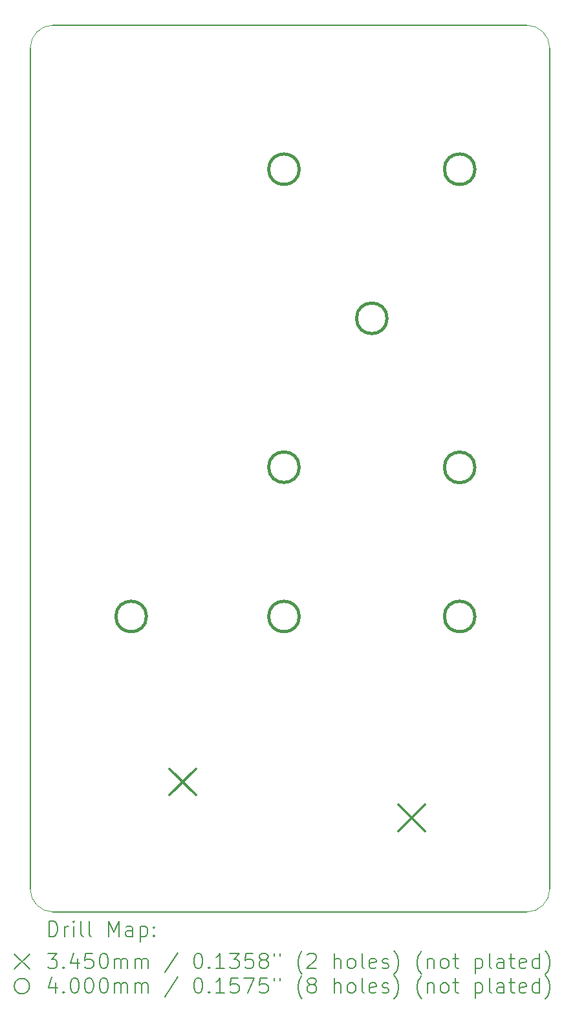
<source format=gbr>
%TF.GenerationSoftware,KiCad,Pcbnew,(6.0.9)*%
%TF.CreationDate,2023-01-10T14:41:47+08:00*%
%TF.ProjectId,keyboard-nano,6b657962-6f61-4726-942d-6e616e6f2e6b,rev?*%
%TF.SameCoordinates,Original*%
%TF.FileFunction,Drillmap*%
%TF.FilePolarity,Positive*%
%FSLAX45Y45*%
G04 Gerber Fmt 4.5, Leading zero omitted, Abs format (unit mm)*
G04 Created by KiCad (PCBNEW (6.0.9)) date 2023-01-10 14:41:47*
%MOMM*%
%LPD*%
G01*
G04 APERTURE LIST*
%ADD10C,0.100000*%
%ADD11C,0.200000*%
%ADD12C,0.345000*%
%ADD13C,0.400000*%
G04 APERTURE END LIST*
D10*
X10829000Y-15215000D02*
G75*
G03*
X11129000Y-15515000I300000J0D01*
G01*
D11*
X17329000Y-15515000D02*
X11129000Y-15515000D01*
X17629000Y-4215000D02*
X17629000Y-15215000D01*
D10*
X11129000Y-3915000D02*
G75*
G03*
X10829000Y-4215000I0J-300000D01*
G01*
D11*
X10829000Y-15215000D02*
X10829000Y-4215000D01*
D10*
X17329000Y-15515000D02*
G75*
G03*
X17629000Y-15215000I0J300000D01*
G01*
D11*
X11129000Y-3915000D02*
X17329000Y-3915000D01*
D10*
X17629000Y-4215000D02*
G75*
G03*
X17329000Y-3915000I-300000J0D01*
G01*
D11*
D12*
X12651500Y-13642500D02*
X12996500Y-13987500D01*
X12996500Y-13642500D02*
X12651500Y-13987500D01*
X15648500Y-14112500D02*
X15993500Y-14457500D01*
X15993500Y-14112500D02*
X15648500Y-14457500D01*
D13*
X12350000Y-11650000D02*
G75*
G03*
X12350000Y-11650000I-200000J0D01*
G01*
X14350000Y-5800000D02*
G75*
G03*
X14350000Y-5800000I-200000J0D01*
G01*
X14350000Y-9697000D02*
G75*
G03*
X14350000Y-9697000I-200000J0D01*
G01*
X14350000Y-11650000D02*
G75*
G03*
X14350000Y-11650000I-200000J0D01*
G01*
X15500000Y-7750000D02*
G75*
G03*
X15500000Y-7750000I-200000J0D01*
G01*
X16650000Y-5800000D02*
G75*
G03*
X16650000Y-5800000I-200000J0D01*
G01*
X16650000Y-9700000D02*
G75*
G03*
X16650000Y-9700000I-200000J0D01*
G01*
X16650000Y-11650000D02*
G75*
G03*
X16650000Y-11650000I-200000J0D01*
G01*
D11*
X11076619Y-15835476D02*
X11076619Y-15635476D01*
X11124238Y-15635476D01*
X11152810Y-15645000D01*
X11171857Y-15664048D01*
X11181381Y-15683095D01*
X11190905Y-15721190D01*
X11190905Y-15749762D01*
X11181381Y-15787857D01*
X11171857Y-15806905D01*
X11152810Y-15825952D01*
X11124238Y-15835476D01*
X11076619Y-15835476D01*
X11276619Y-15835476D02*
X11276619Y-15702143D01*
X11276619Y-15740238D02*
X11286143Y-15721190D01*
X11295667Y-15711667D01*
X11314714Y-15702143D01*
X11333762Y-15702143D01*
X11400428Y-15835476D02*
X11400428Y-15702143D01*
X11400428Y-15635476D02*
X11390905Y-15645000D01*
X11400428Y-15654524D01*
X11409952Y-15645000D01*
X11400428Y-15635476D01*
X11400428Y-15654524D01*
X11524238Y-15835476D02*
X11505190Y-15825952D01*
X11495667Y-15806905D01*
X11495667Y-15635476D01*
X11629000Y-15835476D02*
X11609952Y-15825952D01*
X11600428Y-15806905D01*
X11600428Y-15635476D01*
X11857571Y-15835476D02*
X11857571Y-15635476D01*
X11924238Y-15778333D01*
X11990905Y-15635476D01*
X11990905Y-15835476D01*
X12171857Y-15835476D02*
X12171857Y-15730714D01*
X12162333Y-15711667D01*
X12143286Y-15702143D01*
X12105190Y-15702143D01*
X12086143Y-15711667D01*
X12171857Y-15825952D02*
X12152809Y-15835476D01*
X12105190Y-15835476D01*
X12086143Y-15825952D01*
X12076619Y-15806905D01*
X12076619Y-15787857D01*
X12086143Y-15768809D01*
X12105190Y-15759286D01*
X12152809Y-15759286D01*
X12171857Y-15749762D01*
X12267095Y-15702143D02*
X12267095Y-15902143D01*
X12267095Y-15711667D02*
X12286143Y-15702143D01*
X12324238Y-15702143D01*
X12343286Y-15711667D01*
X12352809Y-15721190D01*
X12362333Y-15740238D01*
X12362333Y-15797381D01*
X12352809Y-15816428D01*
X12343286Y-15825952D01*
X12324238Y-15835476D01*
X12286143Y-15835476D01*
X12267095Y-15825952D01*
X12448048Y-15816428D02*
X12457571Y-15825952D01*
X12448048Y-15835476D01*
X12438524Y-15825952D01*
X12448048Y-15816428D01*
X12448048Y-15835476D01*
X12448048Y-15711667D02*
X12457571Y-15721190D01*
X12448048Y-15730714D01*
X12438524Y-15721190D01*
X12448048Y-15711667D01*
X12448048Y-15730714D01*
X10619000Y-16065000D02*
X10819000Y-16265000D01*
X10819000Y-16065000D02*
X10619000Y-16265000D01*
X11057571Y-16055476D02*
X11181381Y-16055476D01*
X11114714Y-16131667D01*
X11143286Y-16131667D01*
X11162333Y-16141190D01*
X11171857Y-16150714D01*
X11181381Y-16169762D01*
X11181381Y-16217381D01*
X11171857Y-16236428D01*
X11162333Y-16245952D01*
X11143286Y-16255476D01*
X11086143Y-16255476D01*
X11067095Y-16245952D01*
X11057571Y-16236428D01*
X11267095Y-16236428D02*
X11276619Y-16245952D01*
X11267095Y-16255476D01*
X11257571Y-16245952D01*
X11267095Y-16236428D01*
X11267095Y-16255476D01*
X11448048Y-16122143D02*
X11448048Y-16255476D01*
X11400428Y-16045952D02*
X11352809Y-16188809D01*
X11476619Y-16188809D01*
X11648048Y-16055476D02*
X11552809Y-16055476D01*
X11543286Y-16150714D01*
X11552809Y-16141190D01*
X11571857Y-16131667D01*
X11619476Y-16131667D01*
X11638524Y-16141190D01*
X11648048Y-16150714D01*
X11657571Y-16169762D01*
X11657571Y-16217381D01*
X11648048Y-16236428D01*
X11638524Y-16245952D01*
X11619476Y-16255476D01*
X11571857Y-16255476D01*
X11552809Y-16245952D01*
X11543286Y-16236428D01*
X11781381Y-16055476D02*
X11800428Y-16055476D01*
X11819476Y-16065000D01*
X11829000Y-16074524D01*
X11838524Y-16093571D01*
X11848048Y-16131667D01*
X11848048Y-16179286D01*
X11838524Y-16217381D01*
X11829000Y-16236428D01*
X11819476Y-16245952D01*
X11800428Y-16255476D01*
X11781381Y-16255476D01*
X11762333Y-16245952D01*
X11752809Y-16236428D01*
X11743286Y-16217381D01*
X11733762Y-16179286D01*
X11733762Y-16131667D01*
X11743286Y-16093571D01*
X11752809Y-16074524D01*
X11762333Y-16065000D01*
X11781381Y-16055476D01*
X11933762Y-16255476D02*
X11933762Y-16122143D01*
X11933762Y-16141190D02*
X11943286Y-16131667D01*
X11962333Y-16122143D01*
X11990905Y-16122143D01*
X12009952Y-16131667D01*
X12019476Y-16150714D01*
X12019476Y-16255476D01*
X12019476Y-16150714D02*
X12029000Y-16131667D01*
X12048048Y-16122143D01*
X12076619Y-16122143D01*
X12095667Y-16131667D01*
X12105190Y-16150714D01*
X12105190Y-16255476D01*
X12200428Y-16255476D02*
X12200428Y-16122143D01*
X12200428Y-16141190D02*
X12209952Y-16131667D01*
X12229000Y-16122143D01*
X12257571Y-16122143D01*
X12276619Y-16131667D01*
X12286143Y-16150714D01*
X12286143Y-16255476D01*
X12286143Y-16150714D02*
X12295667Y-16131667D01*
X12314714Y-16122143D01*
X12343286Y-16122143D01*
X12362333Y-16131667D01*
X12371857Y-16150714D01*
X12371857Y-16255476D01*
X12762333Y-16045952D02*
X12590905Y-16303095D01*
X13019476Y-16055476D02*
X13038524Y-16055476D01*
X13057571Y-16065000D01*
X13067095Y-16074524D01*
X13076619Y-16093571D01*
X13086143Y-16131667D01*
X13086143Y-16179286D01*
X13076619Y-16217381D01*
X13067095Y-16236428D01*
X13057571Y-16245952D01*
X13038524Y-16255476D01*
X13019476Y-16255476D01*
X13000428Y-16245952D01*
X12990905Y-16236428D01*
X12981381Y-16217381D01*
X12971857Y-16179286D01*
X12971857Y-16131667D01*
X12981381Y-16093571D01*
X12990905Y-16074524D01*
X13000428Y-16065000D01*
X13019476Y-16055476D01*
X13171857Y-16236428D02*
X13181381Y-16245952D01*
X13171857Y-16255476D01*
X13162333Y-16245952D01*
X13171857Y-16236428D01*
X13171857Y-16255476D01*
X13371857Y-16255476D02*
X13257571Y-16255476D01*
X13314714Y-16255476D02*
X13314714Y-16055476D01*
X13295667Y-16084048D01*
X13276619Y-16103095D01*
X13257571Y-16112619D01*
X13438524Y-16055476D02*
X13562333Y-16055476D01*
X13495667Y-16131667D01*
X13524238Y-16131667D01*
X13543286Y-16141190D01*
X13552809Y-16150714D01*
X13562333Y-16169762D01*
X13562333Y-16217381D01*
X13552809Y-16236428D01*
X13543286Y-16245952D01*
X13524238Y-16255476D01*
X13467095Y-16255476D01*
X13448048Y-16245952D01*
X13438524Y-16236428D01*
X13743286Y-16055476D02*
X13648048Y-16055476D01*
X13638524Y-16150714D01*
X13648048Y-16141190D01*
X13667095Y-16131667D01*
X13714714Y-16131667D01*
X13733762Y-16141190D01*
X13743286Y-16150714D01*
X13752809Y-16169762D01*
X13752809Y-16217381D01*
X13743286Y-16236428D01*
X13733762Y-16245952D01*
X13714714Y-16255476D01*
X13667095Y-16255476D01*
X13648048Y-16245952D01*
X13638524Y-16236428D01*
X13867095Y-16141190D02*
X13848048Y-16131667D01*
X13838524Y-16122143D01*
X13829000Y-16103095D01*
X13829000Y-16093571D01*
X13838524Y-16074524D01*
X13848048Y-16065000D01*
X13867095Y-16055476D01*
X13905190Y-16055476D01*
X13924238Y-16065000D01*
X13933762Y-16074524D01*
X13943286Y-16093571D01*
X13943286Y-16103095D01*
X13933762Y-16122143D01*
X13924238Y-16131667D01*
X13905190Y-16141190D01*
X13867095Y-16141190D01*
X13848048Y-16150714D01*
X13838524Y-16160238D01*
X13829000Y-16179286D01*
X13829000Y-16217381D01*
X13838524Y-16236428D01*
X13848048Y-16245952D01*
X13867095Y-16255476D01*
X13905190Y-16255476D01*
X13924238Y-16245952D01*
X13933762Y-16236428D01*
X13943286Y-16217381D01*
X13943286Y-16179286D01*
X13933762Y-16160238D01*
X13924238Y-16150714D01*
X13905190Y-16141190D01*
X14019476Y-16055476D02*
X14019476Y-16093571D01*
X14095667Y-16055476D02*
X14095667Y-16093571D01*
X14390905Y-16331667D02*
X14381381Y-16322143D01*
X14362333Y-16293571D01*
X14352809Y-16274524D01*
X14343286Y-16245952D01*
X14333762Y-16198333D01*
X14333762Y-16160238D01*
X14343286Y-16112619D01*
X14352809Y-16084048D01*
X14362333Y-16065000D01*
X14381381Y-16036428D01*
X14390905Y-16026905D01*
X14457571Y-16074524D02*
X14467095Y-16065000D01*
X14486143Y-16055476D01*
X14533762Y-16055476D01*
X14552809Y-16065000D01*
X14562333Y-16074524D01*
X14571857Y-16093571D01*
X14571857Y-16112619D01*
X14562333Y-16141190D01*
X14448048Y-16255476D01*
X14571857Y-16255476D01*
X14809952Y-16255476D02*
X14809952Y-16055476D01*
X14895667Y-16255476D02*
X14895667Y-16150714D01*
X14886143Y-16131667D01*
X14867095Y-16122143D01*
X14838524Y-16122143D01*
X14819476Y-16131667D01*
X14809952Y-16141190D01*
X15019476Y-16255476D02*
X15000428Y-16245952D01*
X14990905Y-16236428D01*
X14981381Y-16217381D01*
X14981381Y-16160238D01*
X14990905Y-16141190D01*
X15000428Y-16131667D01*
X15019476Y-16122143D01*
X15048048Y-16122143D01*
X15067095Y-16131667D01*
X15076619Y-16141190D01*
X15086143Y-16160238D01*
X15086143Y-16217381D01*
X15076619Y-16236428D01*
X15067095Y-16245952D01*
X15048048Y-16255476D01*
X15019476Y-16255476D01*
X15200428Y-16255476D02*
X15181381Y-16245952D01*
X15171857Y-16226905D01*
X15171857Y-16055476D01*
X15352809Y-16245952D02*
X15333762Y-16255476D01*
X15295667Y-16255476D01*
X15276619Y-16245952D01*
X15267095Y-16226905D01*
X15267095Y-16150714D01*
X15276619Y-16131667D01*
X15295667Y-16122143D01*
X15333762Y-16122143D01*
X15352809Y-16131667D01*
X15362333Y-16150714D01*
X15362333Y-16169762D01*
X15267095Y-16188809D01*
X15438524Y-16245952D02*
X15457571Y-16255476D01*
X15495667Y-16255476D01*
X15514714Y-16245952D01*
X15524238Y-16226905D01*
X15524238Y-16217381D01*
X15514714Y-16198333D01*
X15495667Y-16188809D01*
X15467095Y-16188809D01*
X15448048Y-16179286D01*
X15438524Y-16160238D01*
X15438524Y-16150714D01*
X15448048Y-16131667D01*
X15467095Y-16122143D01*
X15495667Y-16122143D01*
X15514714Y-16131667D01*
X15590905Y-16331667D02*
X15600428Y-16322143D01*
X15619476Y-16293571D01*
X15629000Y-16274524D01*
X15638524Y-16245952D01*
X15648048Y-16198333D01*
X15648048Y-16160238D01*
X15638524Y-16112619D01*
X15629000Y-16084048D01*
X15619476Y-16065000D01*
X15600428Y-16036428D01*
X15590905Y-16026905D01*
X15952809Y-16331667D02*
X15943286Y-16322143D01*
X15924238Y-16293571D01*
X15914714Y-16274524D01*
X15905190Y-16245952D01*
X15895667Y-16198333D01*
X15895667Y-16160238D01*
X15905190Y-16112619D01*
X15914714Y-16084048D01*
X15924238Y-16065000D01*
X15943286Y-16036428D01*
X15952809Y-16026905D01*
X16029000Y-16122143D02*
X16029000Y-16255476D01*
X16029000Y-16141190D02*
X16038524Y-16131667D01*
X16057571Y-16122143D01*
X16086143Y-16122143D01*
X16105190Y-16131667D01*
X16114714Y-16150714D01*
X16114714Y-16255476D01*
X16238524Y-16255476D02*
X16219476Y-16245952D01*
X16209952Y-16236428D01*
X16200428Y-16217381D01*
X16200428Y-16160238D01*
X16209952Y-16141190D01*
X16219476Y-16131667D01*
X16238524Y-16122143D01*
X16267095Y-16122143D01*
X16286143Y-16131667D01*
X16295667Y-16141190D01*
X16305190Y-16160238D01*
X16305190Y-16217381D01*
X16295667Y-16236428D01*
X16286143Y-16245952D01*
X16267095Y-16255476D01*
X16238524Y-16255476D01*
X16362333Y-16122143D02*
X16438524Y-16122143D01*
X16390905Y-16055476D02*
X16390905Y-16226905D01*
X16400428Y-16245952D01*
X16419476Y-16255476D01*
X16438524Y-16255476D01*
X16657571Y-16122143D02*
X16657571Y-16322143D01*
X16657571Y-16131667D02*
X16676619Y-16122143D01*
X16714714Y-16122143D01*
X16733762Y-16131667D01*
X16743286Y-16141190D01*
X16752809Y-16160238D01*
X16752809Y-16217381D01*
X16743286Y-16236428D01*
X16733762Y-16245952D01*
X16714714Y-16255476D01*
X16676619Y-16255476D01*
X16657571Y-16245952D01*
X16867095Y-16255476D02*
X16848048Y-16245952D01*
X16838524Y-16226905D01*
X16838524Y-16055476D01*
X17029000Y-16255476D02*
X17029000Y-16150714D01*
X17019476Y-16131667D01*
X17000429Y-16122143D01*
X16962333Y-16122143D01*
X16943286Y-16131667D01*
X17029000Y-16245952D02*
X17009952Y-16255476D01*
X16962333Y-16255476D01*
X16943286Y-16245952D01*
X16933762Y-16226905D01*
X16933762Y-16207857D01*
X16943286Y-16188809D01*
X16962333Y-16179286D01*
X17009952Y-16179286D01*
X17029000Y-16169762D01*
X17095667Y-16122143D02*
X17171857Y-16122143D01*
X17124238Y-16055476D02*
X17124238Y-16226905D01*
X17133762Y-16245952D01*
X17152810Y-16255476D01*
X17171857Y-16255476D01*
X17314714Y-16245952D02*
X17295667Y-16255476D01*
X17257571Y-16255476D01*
X17238524Y-16245952D01*
X17229000Y-16226905D01*
X17229000Y-16150714D01*
X17238524Y-16131667D01*
X17257571Y-16122143D01*
X17295667Y-16122143D01*
X17314714Y-16131667D01*
X17324238Y-16150714D01*
X17324238Y-16169762D01*
X17229000Y-16188809D01*
X17495667Y-16255476D02*
X17495667Y-16055476D01*
X17495667Y-16245952D02*
X17476619Y-16255476D01*
X17438524Y-16255476D01*
X17419476Y-16245952D01*
X17409952Y-16236428D01*
X17400429Y-16217381D01*
X17400429Y-16160238D01*
X17409952Y-16141190D01*
X17419476Y-16131667D01*
X17438524Y-16122143D01*
X17476619Y-16122143D01*
X17495667Y-16131667D01*
X17571857Y-16331667D02*
X17581381Y-16322143D01*
X17600429Y-16293571D01*
X17609952Y-16274524D01*
X17619476Y-16245952D01*
X17629000Y-16198333D01*
X17629000Y-16160238D01*
X17619476Y-16112619D01*
X17609952Y-16084048D01*
X17600429Y-16065000D01*
X17581381Y-16036428D01*
X17571857Y-16026905D01*
X10819000Y-16485000D02*
G75*
G03*
X10819000Y-16485000I-100000J0D01*
G01*
X11162333Y-16442143D02*
X11162333Y-16575476D01*
X11114714Y-16365952D02*
X11067095Y-16508809D01*
X11190905Y-16508809D01*
X11267095Y-16556428D02*
X11276619Y-16565952D01*
X11267095Y-16575476D01*
X11257571Y-16565952D01*
X11267095Y-16556428D01*
X11267095Y-16575476D01*
X11400428Y-16375476D02*
X11419476Y-16375476D01*
X11438524Y-16385000D01*
X11448048Y-16394524D01*
X11457571Y-16413571D01*
X11467095Y-16451667D01*
X11467095Y-16499286D01*
X11457571Y-16537381D01*
X11448048Y-16556428D01*
X11438524Y-16565952D01*
X11419476Y-16575476D01*
X11400428Y-16575476D01*
X11381381Y-16565952D01*
X11371857Y-16556428D01*
X11362333Y-16537381D01*
X11352809Y-16499286D01*
X11352809Y-16451667D01*
X11362333Y-16413571D01*
X11371857Y-16394524D01*
X11381381Y-16385000D01*
X11400428Y-16375476D01*
X11590905Y-16375476D02*
X11609952Y-16375476D01*
X11629000Y-16385000D01*
X11638524Y-16394524D01*
X11648048Y-16413571D01*
X11657571Y-16451667D01*
X11657571Y-16499286D01*
X11648048Y-16537381D01*
X11638524Y-16556428D01*
X11629000Y-16565952D01*
X11609952Y-16575476D01*
X11590905Y-16575476D01*
X11571857Y-16565952D01*
X11562333Y-16556428D01*
X11552809Y-16537381D01*
X11543286Y-16499286D01*
X11543286Y-16451667D01*
X11552809Y-16413571D01*
X11562333Y-16394524D01*
X11571857Y-16385000D01*
X11590905Y-16375476D01*
X11781381Y-16375476D02*
X11800428Y-16375476D01*
X11819476Y-16385000D01*
X11829000Y-16394524D01*
X11838524Y-16413571D01*
X11848048Y-16451667D01*
X11848048Y-16499286D01*
X11838524Y-16537381D01*
X11829000Y-16556428D01*
X11819476Y-16565952D01*
X11800428Y-16575476D01*
X11781381Y-16575476D01*
X11762333Y-16565952D01*
X11752809Y-16556428D01*
X11743286Y-16537381D01*
X11733762Y-16499286D01*
X11733762Y-16451667D01*
X11743286Y-16413571D01*
X11752809Y-16394524D01*
X11762333Y-16385000D01*
X11781381Y-16375476D01*
X11933762Y-16575476D02*
X11933762Y-16442143D01*
X11933762Y-16461190D02*
X11943286Y-16451667D01*
X11962333Y-16442143D01*
X11990905Y-16442143D01*
X12009952Y-16451667D01*
X12019476Y-16470714D01*
X12019476Y-16575476D01*
X12019476Y-16470714D02*
X12029000Y-16451667D01*
X12048048Y-16442143D01*
X12076619Y-16442143D01*
X12095667Y-16451667D01*
X12105190Y-16470714D01*
X12105190Y-16575476D01*
X12200428Y-16575476D02*
X12200428Y-16442143D01*
X12200428Y-16461190D02*
X12209952Y-16451667D01*
X12229000Y-16442143D01*
X12257571Y-16442143D01*
X12276619Y-16451667D01*
X12286143Y-16470714D01*
X12286143Y-16575476D01*
X12286143Y-16470714D02*
X12295667Y-16451667D01*
X12314714Y-16442143D01*
X12343286Y-16442143D01*
X12362333Y-16451667D01*
X12371857Y-16470714D01*
X12371857Y-16575476D01*
X12762333Y-16365952D02*
X12590905Y-16623095D01*
X13019476Y-16375476D02*
X13038524Y-16375476D01*
X13057571Y-16385000D01*
X13067095Y-16394524D01*
X13076619Y-16413571D01*
X13086143Y-16451667D01*
X13086143Y-16499286D01*
X13076619Y-16537381D01*
X13067095Y-16556428D01*
X13057571Y-16565952D01*
X13038524Y-16575476D01*
X13019476Y-16575476D01*
X13000428Y-16565952D01*
X12990905Y-16556428D01*
X12981381Y-16537381D01*
X12971857Y-16499286D01*
X12971857Y-16451667D01*
X12981381Y-16413571D01*
X12990905Y-16394524D01*
X13000428Y-16385000D01*
X13019476Y-16375476D01*
X13171857Y-16556428D02*
X13181381Y-16565952D01*
X13171857Y-16575476D01*
X13162333Y-16565952D01*
X13171857Y-16556428D01*
X13171857Y-16575476D01*
X13371857Y-16575476D02*
X13257571Y-16575476D01*
X13314714Y-16575476D02*
X13314714Y-16375476D01*
X13295667Y-16404048D01*
X13276619Y-16423095D01*
X13257571Y-16432619D01*
X13552809Y-16375476D02*
X13457571Y-16375476D01*
X13448048Y-16470714D01*
X13457571Y-16461190D01*
X13476619Y-16451667D01*
X13524238Y-16451667D01*
X13543286Y-16461190D01*
X13552809Y-16470714D01*
X13562333Y-16489762D01*
X13562333Y-16537381D01*
X13552809Y-16556428D01*
X13543286Y-16565952D01*
X13524238Y-16575476D01*
X13476619Y-16575476D01*
X13457571Y-16565952D01*
X13448048Y-16556428D01*
X13629000Y-16375476D02*
X13762333Y-16375476D01*
X13676619Y-16575476D01*
X13933762Y-16375476D02*
X13838524Y-16375476D01*
X13829000Y-16470714D01*
X13838524Y-16461190D01*
X13857571Y-16451667D01*
X13905190Y-16451667D01*
X13924238Y-16461190D01*
X13933762Y-16470714D01*
X13943286Y-16489762D01*
X13943286Y-16537381D01*
X13933762Y-16556428D01*
X13924238Y-16565952D01*
X13905190Y-16575476D01*
X13857571Y-16575476D01*
X13838524Y-16565952D01*
X13829000Y-16556428D01*
X14019476Y-16375476D02*
X14019476Y-16413571D01*
X14095667Y-16375476D02*
X14095667Y-16413571D01*
X14390905Y-16651667D02*
X14381381Y-16642143D01*
X14362333Y-16613571D01*
X14352809Y-16594524D01*
X14343286Y-16565952D01*
X14333762Y-16518333D01*
X14333762Y-16480238D01*
X14343286Y-16432619D01*
X14352809Y-16404048D01*
X14362333Y-16385000D01*
X14381381Y-16356428D01*
X14390905Y-16346905D01*
X14495667Y-16461190D02*
X14476619Y-16451667D01*
X14467095Y-16442143D01*
X14457571Y-16423095D01*
X14457571Y-16413571D01*
X14467095Y-16394524D01*
X14476619Y-16385000D01*
X14495667Y-16375476D01*
X14533762Y-16375476D01*
X14552809Y-16385000D01*
X14562333Y-16394524D01*
X14571857Y-16413571D01*
X14571857Y-16423095D01*
X14562333Y-16442143D01*
X14552809Y-16451667D01*
X14533762Y-16461190D01*
X14495667Y-16461190D01*
X14476619Y-16470714D01*
X14467095Y-16480238D01*
X14457571Y-16499286D01*
X14457571Y-16537381D01*
X14467095Y-16556428D01*
X14476619Y-16565952D01*
X14495667Y-16575476D01*
X14533762Y-16575476D01*
X14552809Y-16565952D01*
X14562333Y-16556428D01*
X14571857Y-16537381D01*
X14571857Y-16499286D01*
X14562333Y-16480238D01*
X14552809Y-16470714D01*
X14533762Y-16461190D01*
X14809952Y-16575476D02*
X14809952Y-16375476D01*
X14895667Y-16575476D02*
X14895667Y-16470714D01*
X14886143Y-16451667D01*
X14867095Y-16442143D01*
X14838524Y-16442143D01*
X14819476Y-16451667D01*
X14809952Y-16461190D01*
X15019476Y-16575476D02*
X15000428Y-16565952D01*
X14990905Y-16556428D01*
X14981381Y-16537381D01*
X14981381Y-16480238D01*
X14990905Y-16461190D01*
X15000428Y-16451667D01*
X15019476Y-16442143D01*
X15048048Y-16442143D01*
X15067095Y-16451667D01*
X15076619Y-16461190D01*
X15086143Y-16480238D01*
X15086143Y-16537381D01*
X15076619Y-16556428D01*
X15067095Y-16565952D01*
X15048048Y-16575476D01*
X15019476Y-16575476D01*
X15200428Y-16575476D02*
X15181381Y-16565952D01*
X15171857Y-16546905D01*
X15171857Y-16375476D01*
X15352809Y-16565952D02*
X15333762Y-16575476D01*
X15295667Y-16575476D01*
X15276619Y-16565952D01*
X15267095Y-16546905D01*
X15267095Y-16470714D01*
X15276619Y-16451667D01*
X15295667Y-16442143D01*
X15333762Y-16442143D01*
X15352809Y-16451667D01*
X15362333Y-16470714D01*
X15362333Y-16489762D01*
X15267095Y-16508809D01*
X15438524Y-16565952D02*
X15457571Y-16575476D01*
X15495667Y-16575476D01*
X15514714Y-16565952D01*
X15524238Y-16546905D01*
X15524238Y-16537381D01*
X15514714Y-16518333D01*
X15495667Y-16508809D01*
X15467095Y-16508809D01*
X15448048Y-16499286D01*
X15438524Y-16480238D01*
X15438524Y-16470714D01*
X15448048Y-16451667D01*
X15467095Y-16442143D01*
X15495667Y-16442143D01*
X15514714Y-16451667D01*
X15590905Y-16651667D02*
X15600428Y-16642143D01*
X15619476Y-16613571D01*
X15629000Y-16594524D01*
X15638524Y-16565952D01*
X15648048Y-16518333D01*
X15648048Y-16480238D01*
X15638524Y-16432619D01*
X15629000Y-16404048D01*
X15619476Y-16385000D01*
X15600428Y-16356428D01*
X15590905Y-16346905D01*
X15952809Y-16651667D02*
X15943286Y-16642143D01*
X15924238Y-16613571D01*
X15914714Y-16594524D01*
X15905190Y-16565952D01*
X15895667Y-16518333D01*
X15895667Y-16480238D01*
X15905190Y-16432619D01*
X15914714Y-16404048D01*
X15924238Y-16385000D01*
X15943286Y-16356428D01*
X15952809Y-16346905D01*
X16029000Y-16442143D02*
X16029000Y-16575476D01*
X16029000Y-16461190D02*
X16038524Y-16451667D01*
X16057571Y-16442143D01*
X16086143Y-16442143D01*
X16105190Y-16451667D01*
X16114714Y-16470714D01*
X16114714Y-16575476D01*
X16238524Y-16575476D02*
X16219476Y-16565952D01*
X16209952Y-16556428D01*
X16200428Y-16537381D01*
X16200428Y-16480238D01*
X16209952Y-16461190D01*
X16219476Y-16451667D01*
X16238524Y-16442143D01*
X16267095Y-16442143D01*
X16286143Y-16451667D01*
X16295667Y-16461190D01*
X16305190Y-16480238D01*
X16305190Y-16537381D01*
X16295667Y-16556428D01*
X16286143Y-16565952D01*
X16267095Y-16575476D01*
X16238524Y-16575476D01*
X16362333Y-16442143D02*
X16438524Y-16442143D01*
X16390905Y-16375476D02*
X16390905Y-16546905D01*
X16400428Y-16565952D01*
X16419476Y-16575476D01*
X16438524Y-16575476D01*
X16657571Y-16442143D02*
X16657571Y-16642143D01*
X16657571Y-16451667D02*
X16676619Y-16442143D01*
X16714714Y-16442143D01*
X16733762Y-16451667D01*
X16743286Y-16461190D01*
X16752809Y-16480238D01*
X16752809Y-16537381D01*
X16743286Y-16556428D01*
X16733762Y-16565952D01*
X16714714Y-16575476D01*
X16676619Y-16575476D01*
X16657571Y-16565952D01*
X16867095Y-16575476D02*
X16848048Y-16565952D01*
X16838524Y-16546905D01*
X16838524Y-16375476D01*
X17029000Y-16575476D02*
X17029000Y-16470714D01*
X17019476Y-16451667D01*
X17000429Y-16442143D01*
X16962333Y-16442143D01*
X16943286Y-16451667D01*
X17029000Y-16565952D02*
X17009952Y-16575476D01*
X16962333Y-16575476D01*
X16943286Y-16565952D01*
X16933762Y-16546905D01*
X16933762Y-16527857D01*
X16943286Y-16508809D01*
X16962333Y-16499286D01*
X17009952Y-16499286D01*
X17029000Y-16489762D01*
X17095667Y-16442143D02*
X17171857Y-16442143D01*
X17124238Y-16375476D02*
X17124238Y-16546905D01*
X17133762Y-16565952D01*
X17152810Y-16575476D01*
X17171857Y-16575476D01*
X17314714Y-16565952D02*
X17295667Y-16575476D01*
X17257571Y-16575476D01*
X17238524Y-16565952D01*
X17229000Y-16546905D01*
X17229000Y-16470714D01*
X17238524Y-16451667D01*
X17257571Y-16442143D01*
X17295667Y-16442143D01*
X17314714Y-16451667D01*
X17324238Y-16470714D01*
X17324238Y-16489762D01*
X17229000Y-16508809D01*
X17495667Y-16575476D02*
X17495667Y-16375476D01*
X17495667Y-16565952D02*
X17476619Y-16575476D01*
X17438524Y-16575476D01*
X17419476Y-16565952D01*
X17409952Y-16556428D01*
X17400429Y-16537381D01*
X17400429Y-16480238D01*
X17409952Y-16461190D01*
X17419476Y-16451667D01*
X17438524Y-16442143D01*
X17476619Y-16442143D01*
X17495667Y-16451667D01*
X17571857Y-16651667D02*
X17581381Y-16642143D01*
X17600429Y-16613571D01*
X17609952Y-16594524D01*
X17619476Y-16565952D01*
X17629000Y-16518333D01*
X17629000Y-16480238D01*
X17619476Y-16432619D01*
X17609952Y-16404048D01*
X17600429Y-16385000D01*
X17581381Y-16356428D01*
X17571857Y-16346905D01*
M02*

</source>
